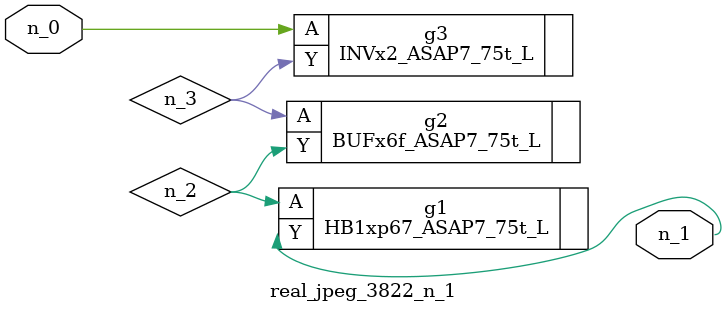
<source format=v>
module real_jpeg_3822_n_1 (n_0, n_1);

input n_0;

output n_1;

wire n_3;
wire n_2;

INVx2_ASAP7_75t_L g3 ( 
.A(n_0),
.Y(n_3)
);

HB1xp67_ASAP7_75t_L g1 ( 
.A(n_2),
.Y(n_1)
);

BUFx6f_ASAP7_75t_L g2 ( 
.A(n_3),
.Y(n_2)
);


endmodule
</source>
